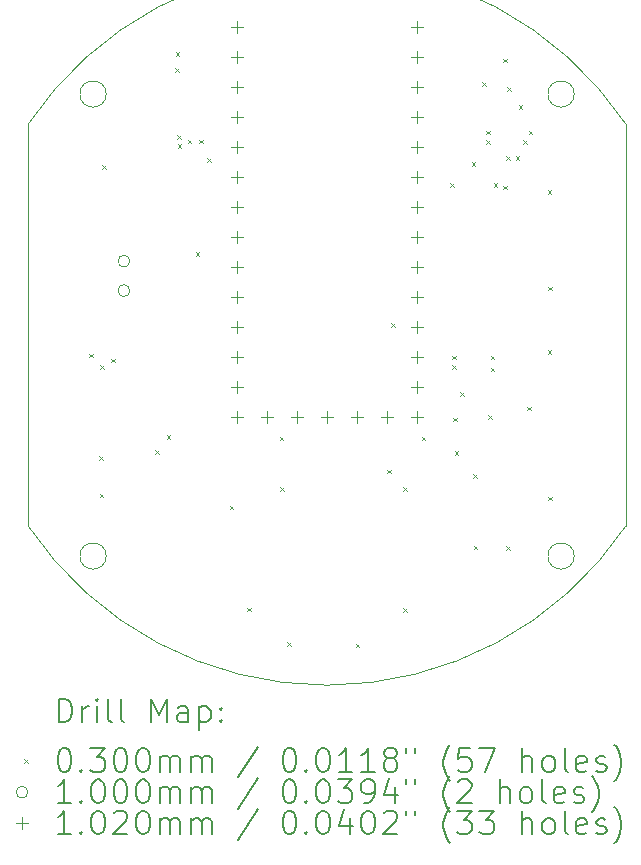
<source format=gbr>
%TF.GenerationSoftware,KiCad,Pcbnew,8.0.1*%
%TF.CreationDate,2024-04-29T03:40:28-07:00*%
%TF.ProjectId,CanSat PCB,43616e53-6174-4205-9043-422e6b696361,4*%
%TF.SameCoordinates,Original*%
%TF.FileFunction,Drillmap*%
%TF.FilePolarity,Positive*%
%FSLAX45Y45*%
G04 Gerber Fmt 4.5, Leading zero omitted, Abs format (unit mm)*
G04 Created by KiCad (PCBNEW 8.0.1) date 2024-04-29 03:40:28*
%MOMM*%
%LPD*%
G01*
G04 APERTURE LIST*
%ADD10C,0.050000*%
%ADD11C,0.200000*%
%ADD12C,0.100000*%
%ADD13C,0.102000*%
G04 APERTURE END LIST*
D10*
X7984949Y-4413960D02*
G75*
G02*
X7763051Y-4413960I-110949J0D01*
G01*
X7763051Y-4413960D02*
G75*
G02*
X7984949Y-4413960I110949J0D01*
G01*
X11947349Y-4413960D02*
G75*
G02*
X11725451Y-4413960I-110949J0D01*
G01*
X11725451Y-4413960D02*
G75*
G02*
X11947349Y-4413960I110949J0D01*
G01*
X12385040Y-8071560D02*
G75*
G02*
X7325360Y-8071560I-2529840J1701800D01*
G01*
X7984949Y-8325560D02*
G75*
G02*
X7763051Y-8325560I-110949J0D01*
G01*
X7763051Y-8325560D02*
G75*
G02*
X7984949Y-8325560I110949J0D01*
G01*
X12385040Y-8071560D02*
X12385040Y-4667960D01*
X7325360Y-8071560D02*
X7325360Y-4667960D01*
X7325360Y-4667960D02*
G75*
G02*
X12385040Y-4667960I2529840J-1701800D01*
G01*
X11947349Y-8325560D02*
G75*
G02*
X11725451Y-8325560I-110949J0D01*
G01*
X11725451Y-8325560D02*
G75*
G02*
X11947349Y-8325560I110949J0D01*
G01*
D11*
D12*
X7841220Y-6614400D02*
X7871220Y-6644400D01*
X7871220Y-6614400D02*
X7841220Y-6644400D01*
X7925040Y-7482520D02*
X7955040Y-7512520D01*
X7955040Y-7482520D02*
X7925040Y-7512520D01*
X7930120Y-7797480D02*
X7960120Y-7827480D01*
X7960120Y-7797480D02*
X7930120Y-7827480D01*
X7935200Y-6710360D02*
X7965200Y-6740360D01*
X7965200Y-6710360D02*
X7935200Y-6740360D01*
X7950440Y-5018720D02*
X7980440Y-5048720D01*
X7980440Y-5018720D02*
X7950440Y-5048720D01*
X8026640Y-6655040D02*
X8056640Y-6685040D01*
X8056640Y-6655040D02*
X8026640Y-6685040D01*
X8402560Y-7429740D02*
X8432560Y-7459740D01*
X8432560Y-7429740D02*
X8402560Y-7459740D01*
X8499080Y-7304720D02*
X8529080Y-7334720D01*
X8529080Y-7304720D02*
X8499080Y-7334720D01*
X8570200Y-4196320D02*
X8600200Y-4226320D01*
X8600200Y-4196320D02*
X8570200Y-4226320D01*
X8575280Y-4059160D02*
X8605280Y-4089160D01*
X8605280Y-4059160D02*
X8575280Y-4089160D01*
X8585440Y-4764720D02*
X8615440Y-4794720D01*
X8615440Y-4764720D02*
X8585440Y-4794720D01*
X8590520Y-4840920D02*
X8620520Y-4870920D01*
X8620520Y-4840920D02*
X8590520Y-4870920D01*
X8676880Y-4800280D02*
X8706880Y-4830280D01*
X8706880Y-4800280D02*
X8676880Y-4830280D01*
X8745460Y-5753340D02*
X8775460Y-5783340D01*
X8775460Y-5753340D02*
X8745460Y-5783340D01*
X8773400Y-4800280D02*
X8803400Y-4830280D01*
X8803400Y-4800280D02*
X8773400Y-4830280D01*
X8839440Y-4957760D02*
X8869440Y-4987760D01*
X8869440Y-4957760D02*
X8839440Y-4987760D01*
X9032480Y-7899080D02*
X9062480Y-7929080D01*
X9062480Y-7899080D02*
X9032480Y-7929080D01*
X9179800Y-8762680D02*
X9209800Y-8792680D01*
X9209800Y-8762680D02*
X9179800Y-8792680D01*
X9454120Y-7315440D02*
X9484120Y-7345440D01*
X9484120Y-7315440D02*
X9454120Y-7345440D01*
X9459200Y-7741600D02*
X9489200Y-7771600D01*
X9489200Y-7741600D02*
X9459200Y-7771600D01*
X9520160Y-9057320D02*
X9550160Y-9087320D01*
X9550160Y-9057320D02*
X9520160Y-9087320D01*
X10099280Y-9067480D02*
X10129280Y-9097480D01*
X10129280Y-9067480D02*
X10099280Y-9097480D01*
X10363440Y-7594280D02*
X10393440Y-7624280D01*
X10393440Y-7594280D02*
X10363440Y-7624280D01*
X10400770Y-6356530D02*
X10430770Y-6386530D01*
X10430770Y-6356530D02*
X10400770Y-6386530D01*
X10500600Y-7741600D02*
X10530600Y-7771600D01*
X10530600Y-7741600D02*
X10500600Y-7771600D01*
X10500600Y-8767760D02*
X10530600Y-8797760D01*
X10530600Y-8767760D02*
X10500600Y-8797760D01*
X10655540Y-7314880D02*
X10685540Y-7344880D01*
X10685540Y-7314880D02*
X10655540Y-7344880D01*
X10896840Y-5171120D02*
X10926840Y-5201120D01*
X10926840Y-5171120D02*
X10896840Y-5201120D01*
X10917160Y-6629640D02*
X10947160Y-6659640D01*
X10947160Y-6629640D02*
X10917160Y-6659640D01*
X10917160Y-6710920D02*
X10947160Y-6740920D01*
X10947160Y-6710920D02*
X10917160Y-6740920D01*
X10922240Y-7153860D02*
X10952240Y-7183860D01*
X10952240Y-7153860D02*
X10922240Y-7183860D01*
X10937480Y-7436800D02*
X10967480Y-7466800D01*
X10967480Y-7436800D02*
X10937480Y-7466800D01*
X10981660Y-6938960D02*
X11011660Y-6968960D01*
X11011660Y-6938960D02*
X10981660Y-6968960D01*
X11079998Y-4992428D02*
X11109998Y-5022428D01*
X11109998Y-4992428D02*
X11079998Y-5022428D01*
X11094960Y-7634920D02*
X11124960Y-7664920D01*
X11124960Y-7634920D02*
X11094960Y-7664920D01*
X11097825Y-8240040D02*
X11127825Y-8270040D01*
X11127825Y-8240040D02*
X11097825Y-8270040D01*
X11171160Y-4312600D02*
X11201160Y-4342600D01*
X11201160Y-4312600D02*
X11171160Y-4342600D01*
X11201640Y-4724080D02*
X11231640Y-4754080D01*
X11231640Y-4724080D02*
X11201640Y-4754080D01*
X11201640Y-4805360D02*
X11231640Y-4835360D01*
X11231640Y-4805360D02*
X11201640Y-4835360D01*
X11221960Y-7132000D02*
X11251960Y-7162000D01*
X11251960Y-7132000D02*
X11221960Y-7162000D01*
X11242280Y-6629080D02*
X11272280Y-6659080D01*
X11272280Y-6629080D02*
X11242280Y-6659080D01*
X11242280Y-6730680D02*
X11272280Y-6760680D01*
X11272280Y-6730680D02*
X11242280Y-6760680D01*
X11268529Y-5167895D02*
X11298529Y-5197895D01*
X11298529Y-5167895D02*
X11268529Y-5197895D01*
X11345080Y-5191133D02*
X11375080Y-5221133D01*
X11375080Y-5191133D02*
X11345080Y-5221133D01*
X11348960Y-4114480D02*
X11378960Y-4144480D01*
X11378960Y-4114480D02*
X11348960Y-4144480D01*
X11373640Y-8244520D02*
X11403640Y-8274520D01*
X11403640Y-8244520D02*
X11373640Y-8274520D01*
X11374360Y-4942520D02*
X11404360Y-4972520D01*
X11404360Y-4942520D02*
X11374360Y-4972520D01*
X11379440Y-4358320D02*
X11409440Y-4388320D01*
X11409440Y-4358320D02*
X11379440Y-4388320D01*
X11454360Y-4942520D02*
X11484360Y-4972520D01*
X11484360Y-4942520D02*
X11454360Y-4972520D01*
X11479500Y-4509939D02*
X11509500Y-4539939D01*
X11509500Y-4509939D02*
X11479500Y-4539939D01*
X11516600Y-4805360D02*
X11546600Y-4835360D01*
X11546600Y-4805360D02*
X11516600Y-4835360D01*
X11549620Y-7061440D02*
X11579620Y-7091440D01*
X11579620Y-7061440D02*
X11549620Y-7091440D01*
X11562320Y-4724080D02*
X11592320Y-4754080D01*
X11592320Y-4724080D02*
X11562320Y-4754080D01*
X11724880Y-5227000D02*
X11754880Y-5257000D01*
X11754880Y-5227000D02*
X11724880Y-5257000D01*
X11724880Y-6583820D02*
X11754880Y-6613820D01*
X11754880Y-6583820D02*
X11724880Y-6613820D01*
X11729960Y-6044880D02*
X11759960Y-6074880D01*
X11759960Y-6044880D02*
X11729960Y-6074880D01*
X11729960Y-7822880D02*
X11759960Y-7852880D01*
X11759960Y-7822880D02*
X11729960Y-7852880D01*
X8185400Y-5828200D02*
G75*
G02*
X8085400Y-5828200I-50000J0D01*
G01*
X8085400Y-5828200D02*
G75*
G02*
X8185400Y-5828200I50000J0D01*
G01*
X8185400Y-6078200D02*
G75*
G02*
X8085400Y-6078200I-50000J0D01*
G01*
X8085400Y-6078200D02*
G75*
G02*
X8185400Y-6078200I50000J0D01*
G01*
D13*
X9093200Y-3794000D02*
X9093200Y-3896000D01*
X9042200Y-3845000D02*
X9144200Y-3845000D01*
X9093200Y-4048000D02*
X9093200Y-4150000D01*
X9042200Y-4099000D02*
X9144200Y-4099000D01*
X9093200Y-4302000D02*
X9093200Y-4404000D01*
X9042200Y-4353000D02*
X9144200Y-4353000D01*
X9093200Y-4556000D02*
X9093200Y-4658000D01*
X9042200Y-4607000D02*
X9144200Y-4607000D01*
X9093200Y-4810000D02*
X9093200Y-4912000D01*
X9042200Y-4861000D02*
X9144200Y-4861000D01*
X9093200Y-5064000D02*
X9093200Y-5166000D01*
X9042200Y-5115000D02*
X9144200Y-5115000D01*
X9093200Y-5318000D02*
X9093200Y-5420000D01*
X9042200Y-5369000D02*
X9144200Y-5369000D01*
X9093200Y-5572000D02*
X9093200Y-5674000D01*
X9042200Y-5623000D02*
X9144200Y-5623000D01*
X9093200Y-5826000D02*
X9093200Y-5928000D01*
X9042200Y-5877000D02*
X9144200Y-5877000D01*
X9093200Y-6080000D02*
X9093200Y-6182000D01*
X9042200Y-6131000D02*
X9144200Y-6131000D01*
X9093200Y-6334000D02*
X9093200Y-6436000D01*
X9042200Y-6385000D02*
X9144200Y-6385000D01*
X9093200Y-6588000D02*
X9093200Y-6690000D01*
X9042200Y-6639000D02*
X9144200Y-6639000D01*
X9093200Y-6842000D02*
X9093200Y-6944000D01*
X9042200Y-6893000D02*
X9144200Y-6893000D01*
X9093200Y-7096000D02*
X9093200Y-7198000D01*
X9042200Y-7147000D02*
X9144200Y-7147000D01*
X9347200Y-7096000D02*
X9347200Y-7198000D01*
X9296200Y-7147000D02*
X9398200Y-7147000D01*
X9601200Y-7096000D02*
X9601200Y-7198000D01*
X9550200Y-7147000D02*
X9652200Y-7147000D01*
X9855200Y-7096000D02*
X9855200Y-7198000D01*
X9804200Y-7147000D02*
X9906200Y-7147000D01*
X10109200Y-7096000D02*
X10109200Y-7198000D01*
X10058200Y-7147000D02*
X10160200Y-7147000D01*
X10363200Y-7096000D02*
X10363200Y-7198000D01*
X10312200Y-7147000D02*
X10414200Y-7147000D01*
X10617200Y-3794000D02*
X10617200Y-3896000D01*
X10566200Y-3845000D02*
X10668200Y-3845000D01*
X10617200Y-4048000D02*
X10617200Y-4150000D01*
X10566200Y-4099000D02*
X10668200Y-4099000D01*
X10617200Y-4302000D02*
X10617200Y-4404000D01*
X10566200Y-4353000D02*
X10668200Y-4353000D01*
X10617200Y-4556000D02*
X10617200Y-4658000D01*
X10566200Y-4607000D02*
X10668200Y-4607000D01*
X10617200Y-4810000D02*
X10617200Y-4912000D01*
X10566200Y-4861000D02*
X10668200Y-4861000D01*
X10617200Y-5064000D02*
X10617200Y-5166000D01*
X10566200Y-5115000D02*
X10668200Y-5115000D01*
X10617200Y-5318000D02*
X10617200Y-5420000D01*
X10566200Y-5369000D02*
X10668200Y-5369000D01*
X10617200Y-5572000D02*
X10617200Y-5674000D01*
X10566200Y-5623000D02*
X10668200Y-5623000D01*
X10617200Y-5826000D02*
X10617200Y-5928000D01*
X10566200Y-5877000D02*
X10668200Y-5877000D01*
X10617200Y-6080000D02*
X10617200Y-6182000D01*
X10566200Y-6131000D02*
X10668200Y-6131000D01*
X10617200Y-6334000D02*
X10617200Y-6436000D01*
X10566200Y-6385000D02*
X10668200Y-6385000D01*
X10617200Y-6588000D02*
X10617200Y-6690000D01*
X10566200Y-6639000D02*
X10668200Y-6639000D01*
X10617200Y-6842000D02*
X10617200Y-6944000D01*
X10566200Y-6893000D02*
X10668200Y-6893000D01*
X10617200Y-7096000D02*
X10617200Y-7198000D01*
X10566200Y-7147000D02*
X10668200Y-7147000D01*
D11*
X7583637Y-9732713D02*
X7583637Y-9532713D01*
X7583637Y-9532713D02*
X7631256Y-9532713D01*
X7631256Y-9532713D02*
X7659827Y-9542237D01*
X7659827Y-9542237D02*
X7678875Y-9561284D01*
X7678875Y-9561284D02*
X7688399Y-9580332D01*
X7688399Y-9580332D02*
X7697922Y-9618427D01*
X7697922Y-9618427D02*
X7697922Y-9646999D01*
X7697922Y-9646999D02*
X7688399Y-9685094D01*
X7688399Y-9685094D02*
X7678875Y-9704142D01*
X7678875Y-9704142D02*
X7659827Y-9723189D01*
X7659827Y-9723189D02*
X7631256Y-9732713D01*
X7631256Y-9732713D02*
X7583637Y-9732713D01*
X7783637Y-9732713D02*
X7783637Y-9599380D01*
X7783637Y-9637475D02*
X7793161Y-9618427D01*
X7793161Y-9618427D02*
X7802684Y-9608903D01*
X7802684Y-9608903D02*
X7821732Y-9599380D01*
X7821732Y-9599380D02*
X7840780Y-9599380D01*
X7907446Y-9732713D02*
X7907446Y-9599380D01*
X7907446Y-9532713D02*
X7897922Y-9542237D01*
X7897922Y-9542237D02*
X7907446Y-9551761D01*
X7907446Y-9551761D02*
X7916970Y-9542237D01*
X7916970Y-9542237D02*
X7907446Y-9532713D01*
X7907446Y-9532713D02*
X7907446Y-9551761D01*
X8031256Y-9732713D02*
X8012208Y-9723189D01*
X8012208Y-9723189D02*
X8002684Y-9704142D01*
X8002684Y-9704142D02*
X8002684Y-9532713D01*
X8136018Y-9732713D02*
X8116970Y-9723189D01*
X8116970Y-9723189D02*
X8107446Y-9704142D01*
X8107446Y-9704142D02*
X8107446Y-9532713D01*
X8364589Y-9732713D02*
X8364589Y-9532713D01*
X8364589Y-9532713D02*
X8431256Y-9675570D01*
X8431256Y-9675570D02*
X8497923Y-9532713D01*
X8497923Y-9532713D02*
X8497923Y-9732713D01*
X8678875Y-9732713D02*
X8678875Y-9627951D01*
X8678875Y-9627951D02*
X8669351Y-9608903D01*
X8669351Y-9608903D02*
X8650304Y-9599380D01*
X8650304Y-9599380D02*
X8612208Y-9599380D01*
X8612208Y-9599380D02*
X8593161Y-9608903D01*
X8678875Y-9723189D02*
X8659827Y-9732713D01*
X8659827Y-9732713D02*
X8612208Y-9732713D01*
X8612208Y-9732713D02*
X8593161Y-9723189D01*
X8593161Y-9723189D02*
X8583637Y-9704142D01*
X8583637Y-9704142D02*
X8583637Y-9685094D01*
X8583637Y-9685094D02*
X8593161Y-9666046D01*
X8593161Y-9666046D02*
X8612208Y-9656523D01*
X8612208Y-9656523D02*
X8659827Y-9656523D01*
X8659827Y-9656523D02*
X8678875Y-9646999D01*
X8774113Y-9599380D02*
X8774113Y-9799380D01*
X8774113Y-9608903D02*
X8793161Y-9599380D01*
X8793161Y-9599380D02*
X8831256Y-9599380D01*
X8831256Y-9599380D02*
X8850304Y-9608903D01*
X8850304Y-9608903D02*
X8859827Y-9618427D01*
X8859827Y-9618427D02*
X8869351Y-9637475D01*
X8869351Y-9637475D02*
X8869351Y-9694618D01*
X8869351Y-9694618D02*
X8859827Y-9713665D01*
X8859827Y-9713665D02*
X8850304Y-9723189D01*
X8850304Y-9723189D02*
X8831256Y-9732713D01*
X8831256Y-9732713D02*
X8793161Y-9732713D01*
X8793161Y-9732713D02*
X8774113Y-9723189D01*
X8955065Y-9713665D02*
X8964589Y-9723189D01*
X8964589Y-9723189D02*
X8955065Y-9732713D01*
X8955065Y-9732713D02*
X8945542Y-9723189D01*
X8945542Y-9723189D02*
X8955065Y-9713665D01*
X8955065Y-9713665D02*
X8955065Y-9732713D01*
X8955065Y-9608903D02*
X8964589Y-9618427D01*
X8964589Y-9618427D02*
X8955065Y-9627951D01*
X8955065Y-9627951D02*
X8945542Y-9618427D01*
X8945542Y-9618427D02*
X8955065Y-9608903D01*
X8955065Y-9608903D02*
X8955065Y-9627951D01*
D12*
X7292860Y-10046229D02*
X7322860Y-10076229D01*
X7322860Y-10046229D02*
X7292860Y-10076229D01*
D11*
X7621732Y-9952713D02*
X7640780Y-9952713D01*
X7640780Y-9952713D02*
X7659827Y-9962237D01*
X7659827Y-9962237D02*
X7669351Y-9971761D01*
X7669351Y-9971761D02*
X7678875Y-9990808D01*
X7678875Y-9990808D02*
X7688399Y-10028903D01*
X7688399Y-10028903D02*
X7688399Y-10076523D01*
X7688399Y-10076523D02*
X7678875Y-10114618D01*
X7678875Y-10114618D02*
X7669351Y-10133665D01*
X7669351Y-10133665D02*
X7659827Y-10143189D01*
X7659827Y-10143189D02*
X7640780Y-10152713D01*
X7640780Y-10152713D02*
X7621732Y-10152713D01*
X7621732Y-10152713D02*
X7602684Y-10143189D01*
X7602684Y-10143189D02*
X7593161Y-10133665D01*
X7593161Y-10133665D02*
X7583637Y-10114618D01*
X7583637Y-10114618D02*
X7574113Y-10076523D01*
X7574113Y-10076523D02*
X7574113Y-10028903D01*
X7574113Y-10028903D02*
X7583637Y-9990808D01*
X7583637Y-9990808D02*
X7593161Y-9971761D01*
X7593161Y-9971761D02*
X7602684Y-9962237D01*
X7602684Y-9962237D02*
X7621732Y-9952713D01*
X7774113Y-10133665D02*
X7783637Y-10143189D01*
X7783637Y-10143189D02*
X7774113Y-10152713D01*
X7774113Y-10152713D02*
X7764589Y-10143189D01*
X7764589Y-10143189D02*
X7774113Y-10133665D01*
X7774113Y-10133665D02*
X7774113Y-10152713D01*
X7850303Y-9952713D02*
X7974113Y-9952713D01*
X7974113Y-9952713D02*
X7907446Y-10028903D01*
X7907446Y-10028903D02*
X7936018Y-10028903D01*
X7936018Y-10028903D02*
X7955065Y-10038427D01*
X7955065Y-10038427D02*
X7964589Y-10047951D01*
X7964589Y-10047951D02*
X7974113Y-10066999D01*
X7974113Y-10066999D02*
X7974113Y-10114618D01*
X7974113Y-10114618D02*
X7964589Y-10133665D01*
X7964589Y-10133665D02*
X7955065Y-10143189D01*
X7955065Y-10143189D02*
X7936018Y-10152713D01*
X7936018Y-10152713D02*
X7878875Y-10152713D01*
X7878875Y-10152713D02*
X7859827Y-10143189D01*
X7859827Y-10143189D02*
X7850303Y-10133665D01*
X8097922Y-9952713D02*
X8116970Y-9952713D01*
X8116970Y-9952713D02*
X8136018Y-9962237D01*
X8136018Y-9962237D02*
X8145542Y-9971761D01*
X8145542Y-9971761D02*
X8155065Y-9990808D01*
X8155065Y-9990808D02*
X8164589Y-10028903D01*
X8164589Y-10028903D02*
X8164589Y-10076523D01*
X8164589Y-10076523D02*
X8155065Y-10114618D01*
X8155065Y-10114618D02*
X8145542Y-10133665D01*
X8145542Y-10133665D02*
X8136018Y-10143189D01*
X8136018Y-10143189D02*
X8116970Y-10152713D01*
X8116970Y-10152713D02*
X8097922Y-10152713D01*
X8097922Y-10152713D02*
X8078875Y-10143189D01*
X8078875Y-10143189D02*
X8069351Y-10133665D01*
X8069351Y-10133665D02*
X8059827Y-10114618D01*
X8059827Y-10114618D02*
X8050303Y-10076523D01*
X8050303Y-10076523D02*
X8050303Y-10028903D01*
X8050303Y-10028903D02*
X8059827Y-9990808D01*
X8059827Y-9990808D02*
X8069351Y-9971761D01*
X8069351Y-9971761D02*
X8078875Y-9962237D01*
X8078875Y-9962237D02*
X8097922Y-9952713D01*
X8288399Y-9952713D02*
X8307446Y-9952713D01*
X8307446Y-9952713D02*
X8326494Y-9962237D01*
X8326494Y-9962237D02*
X8336018Y-9971761D01*
X8336018Y-9971761D02*
X8345542Y-9990808D01*
X8345542Y-9990808D02*
X8355065Y-10028903D01*
X8355065Y-10028903D02*
X8355065Y-10076523D01*
X8355065Y-10076523D02*
X8345542Y-10114618D01*
X8345542Y-10114618D02*
X8336018Y-10133665D01*
X8336018Y-10133665D02*
X8326494Y-10143189D01*
X8326494Y-10143189D02*
X8307446Y-10152713D01*
X8307446Y-10152713D02*
X8288399Y-10152713D01*
X8288399Y-10152713D02*
X8269351Y-10143189D01*
X8269351Y-10143189D02*
X8259827Y-10133665D01*
X8259827Y-10133665D02*
X8250303Y-10114618D01*
X8250303Y-10114618D02*
X8240780Y-10076523D01*
X8240780Y-10076523D02*
X8240780Y-10028903D01*
X8240780Y-10028903D02*
X8250303Y-9990808D01*
X8250303Y-9990808D02*
X8259827Y-9971761D01*
X8259827Y-9971761D02*
X8269351Y-9962237D01*
X8269351Y-9962237D02*
X8288399Y-9952713D01*
X8440780Y-10152713D02*
X8440780Y-10019380D01*
X8440780Y-10038427D02*
X8450304Y-10028903D01*
X8450304Y-10028903D02*
X8469351Y-10019380D01*
X8469351Y-10019380D02*
X8497923Y-10019380D01*
X8497923Y-10019380D02*
X8516970Y-10028903D01*
X8516970Y-10028903D02*
X8526494Y-10047951D01*
X8526494Y-10047951D02*
X8526494Y-10152713D01*
X8526494Y-10047951D02*
X8536018Y-10028903D01*
X8536018Y-10028903D02*
X8555065Y-10019380D01*
X8555065Y-10019380D02*
X8583637Y-10019380D01*
X8583637Y-10019380D02*
X8602685Y-10028903D01*
X8602685Y-10028903D02*
X8612208Y-10047951D01*
X8612208Y-10047951D02*
X8612208Y-10152713D01*
X8707446Y-10152713D02*
X8707446Y-10019380D01*
X8707446Y-10038427D02*
X8716970Y-10028903D01*
X8716970Y-10028903D02*
X8736018Y-10019380D01*
X8736018Y-10019380D02*
X8764589Y-10019380D01*
X8764589Y-10019380D02*
X8783637Y-10028903D01*
X8783637Y-10028903D02*
X8793161Y-10047951D01*
X8793161Y-10047951D02*
X8793161Y-10152713D01*
X8793161Y-10047951D02*
X8802685Y-10028903D01*
X8802685Y-10028903D02*
X8821732Y-10019380D01*
X8821732Y-10019380D02*
X8850304Y-10019380D01*
X8850304Y-10019380D02*
X8869351Y-10028903D01*
X8869351Y-10028903D02*
X8878875Y-10047951D01*
X8878875Y-10047951D02*
X8878875Y-10152713D01*
X9269351Y-9943189D02*
X9097923Y-10200332D01*
X9526494Y-9952713D02*
X9545542Y-9952713D01*
X9545542Y-9952713D02*
X9564589Y-9962237D01*
X9564589Y-9962237D02*
X9574113Y-9971761D01*
X9574113Y-9971761D02*
X9583637Y-9990808D01*
X9583637Y-9990808D02*
X9593161Y-10028903D01*
X9593161Y-10028903D02*
X9593161Y-10076523D01*
X9593161Y-10076523D02*
X9583637Y-10114618D01*
X9583637Y-10114618D02*
X9574113Y-10133665D01*
X9574113Y-10133665D02*
X9564589Y-10143189D01*
X9564589Y-10143189D02*
X9545542Y-10152713D01*
X9545542Y-10152713D02*
X9526494Y-10152713D01*
X9526494Y-10152713D02*
X9507447Y-10143189D01*
X9507447Y-10143189D02*
X9497923Y-10133665D01*
X9497923Y-10133665D02*
X9488399Y-10114618D01*
X9488399Y-10114618D02*
X9478875Y-10076523D01*
X9478875Y-10076523D02*
X9478875Y-10028903D01*
X9478875Y-10028903D02*
X9488399Y-9990808D01*
X9488399Y-9990808D02*
X9497923Y-9971761D01*
X9497923Y-9971761D02*
X9507447Y-9962237D01*
X9507447Y-9962237D02*
X9526494Y-9952713D01*
X9678875Y-10133665D02*
X9688399Y-10143189D01*
X9688399Y-10143189D02*
X9678875Y-10152713D01*
X9678875Y-10152713D02*
X9669351Y-10143189D01*
X9669351Y-10143189D02*
X9678875Y-10133665D01*
X9678875Y-10133665D02*
X9678875Y-10152713D01*
X9812208Y-9952713D02*
X9831256Y-9952713D01*
X9831256Y-9952713D02*
X9850304Y-9962237D01*
X9850304Y-9962237D02*
X9859828Y-9971761D01*
X9859828Y-9971761D02*
X9869351Y-9990808D01*
X9869351Y-9990808D02*
X9878875Y-10028903D01*
X9878875Y-10028903D02*
X9878875Y-10076523D01*
X9878875Y-10076523D02*
X9869351Y-10114618D01*
X9869351Y-10114618D02*
X9859828Y-10133665D01*
X9859828Y-10133665D02*
X9850304Y-10143189D01*
X9850304Y-10143189D02*
X9831256Y-10152713D01*
X9831256Y-10152713D02*
X9812208Y-10152713D01*
X9812208Y-10152713D02*
X9793161Y-10143189D01*
X9793161Y-10143189D02*
X9783637Y-10133665D01*
X9783637Y-10133665D02*
X9774113Y-10114618D01*
X9774113Y-10114618D02*
X9764589Y-10076523D01*
X9764589Y-10076523D02*
X9764589Y-10028903D01*
X9764589Y-10028903D02*
X9774113Y-9990808D01*
X9774113Y-9990808D02*
X9783637Y-9971761D01*
X9783637Y-9971761D02*
X9793161Y-9962237D01*
X9793161Y-9962237D02*
X9812208Y-9952713D01*
X10069351Y-10152713D02*
X9955066Y-10152713D01*
X10012208Y-10152713D02*
X10012208Y-9952713D01*
X10012208Y-9952713D02*
X9993161Y-9981284D01*
X9993161Y-9981284D02*
X9974113Y-10000332D01*
X9974113Y-10000332D02*
X9955066Y-10009856D01*
X10259828Y-10152713D02*
X10145542Y-10152713D01*
X10202685Y-10152713D02*
X10202685Y-9952713D01*
X10202685Y-9952713D02*
X10183637Y-9981284D01*
X10183637Y-9981284D02*
X10164589Y-10000332D01*
X10164589Y-10000332D02*
X10145542Y-10009856D01*
X10374113Y-10038427D02*
X10355066Y-10028903D01*
X10355066Y-10028903D02*
X10345542Y-10019380D01*
X10345542Y-10019380D02*
X10336018Y-10000332D01*
X10336018Y-10000332D02*
X10336018Y-9990808D01*
X10336018Y-9990808D02*
X10345542Y-9971761D01*
X10345542Y-9971761D02*
X10355066Y-9962237D01*
X10355066Y-9962237D02*
X10374113Y-9952713D01*
X10374113Y-9952713D02*
X10412209Y-9952713D01*
X10412209Y-9952713D02*
X10431256Y-9962237D01*
X10431256Y-9962237D02*
X10440780Y-9971761D01*
X10440780Y-9971761D02*
X10450304Y-9990808D01*
X10450304Y-9990808D02*
X10450304Y-10000332D01*
X10450304Y-10000332D02*
X10440780Y-10019380D01*
X10440780Y-10019380D02*
X10431256Y-10028903D01*
X10431256Y-10028903D02*
X10412209Y-10038427D01*
X10412209Y-10038427D02*
X10374113Y-10038427D01*
X10374113Y-10038427D02*
X10355066Y-10047951D01*
X10355066Y-10047951D02*
X10345542Y-10057475D01*
X10345542Y-10057475D02*
X10336018Y-10076523D01*
X10336018Y-10076523D02*
X10336018Y-10114618D01*
X10336018Y-10114618D02*
X10345542Y-10133665D01*
X10345542Y-10133665D02*
X10355066Y-10143189D01*
X10355066Y-10143189D02*
X10374113Y-10152713D01*
X10374113Y-10152713D02*
X10412209Y-10152713D01*
X10412209Y-10152713D02*
X10431256Y-10143189D01*
X10431256Y-10143189D02*
X10440780Y-10133665D01*
X10440780Y-10133665D02*
X10450304Y-10114618D01*
X10450304Y-10114618D02*
X10450304Y-10076523D01*
X10450304Y-10076523D02*
X10440780Y-10057475D01*
X10440780Y-10057475D02*
X10431256Y-10047951D01*
X10431256Y-10047951D02*
X10412209Y-10038427D01*
X10526494Y-9952713D02*
X10526494Y-9990808D01*
X10602685Y-9952713D02*
X10602685Y-9990808D01*
X10897923Y-10228903D02*
X10888399Y-10219380D01*
X10888399Y-10219380D02*
X10869351Y-10190808D01*
X10869351Y-10190808D02*
X10859828Y-10171761D01*
X10859828Y-10171761D02*
X10850304Y-10143189D01*
X10850304Y-10143189D02*
X10840780Y-10095570D01*
X10840780Y-10095570D02*
X10840780Y-10057475D01*
X10840780Y-10057475D02*
X10850304Y-10009856D01*
X10850304Y-10009856D02*
X10859828Y-9981284D01*
X10859828Y-9981284D02*
X10869351Y-9962237D01*
X10869351Y-9962237D02*
X10888399Y-9933665D01*
X10888399Y-9933665D02*
X10897923Y-9924142D01*
X11069351Y-9952713D02*
X10974113Y-9952713D01*
X10974113Y-9952713D02*
X10964590Y-10047951D01*
X10964590Y-10047951D02*
X10974113Y-10038427D01*
X10974113Y-10038427D02*
X10993161Y-10028903D01*
X10993161Y-10028903D02*
X11040780Y-10028903D01*
X11040780Y-10028903D02*
X11059828Y-10038427D01*
X11059828Y-10038427D02*
X11069351Y-10047951D01*
X11069351Y-10047951D02*
X11078875Y-10066999D01*
X11078875Y-10066999D02*
X11078875Y-10114618D01*
X11078875Y-10114618D02*
X11069351Y-10133665D01*
X11069351Y-10133665D02*
X11059828Y-10143189D01*
X11059828Y-10143189D02*
X11040780Y-10152713D01*
X11040780Y-10152713D02*
X10993161Y-10152713D01*
X10993161Y-10152713D02*
X10974113Y-10143189D01*
X10974113Y-10143189D02*
X10964590Y-10133665D01*
X11145542Y-9952713D02*
X11278875Y-9952713D01*
X11278875Y-9952713D02*
X11193161Y-10152713D01*
X11507447Y-10152713D02*
X11507447Y-9952713D01*
X11593161Y-10152713D02*
X11593161Y-10047951D01*
X11593161Y-10047951D02*
X11583637Y-10028903D01*
X11583637Y-10028903D02*
X11564590Y-10019380D01*
X11564590Y-10019380D02*
X11536018Y-10019380D01*
X11536018Y-10019380D02*
X11516970Y-10028903D01*
X11516970Y-10028903D02*
X11507447Y-10038427D01*
X11716970Y-10152713D02*
X11697923Y-10143189D01*
X11697923Y-10143189D02*
X11688399Y-10133665D01*
X11688399Y-10133665D02*
X11678875Y-10114618D01*
X11678875Y-10114618D02*
X11678875Y-10057475D01*
X11678875Y-10057475D02*
X11688399Y-10038427D01*
X11688399Y-10038427D02*
X11697923Y-10028903D01*
X11697923Y-10028903D02*
X11716970Y-10019380D01*
X11716970Y-10019380D02*
X11745542Y-10019380D01*
X11745542Y-10019380D02*
X11764590Y-10028903D01*
X11764590Y-10028903D02*
X11774113Y-10038427D01*
X11774113Y-10038427D02*
X11783637Y-10057475D01*
X11783637Y-10057475D02*
X11783637Y-10114618D01*
X11783637Y-10114618D02*
X11774113Y-10133665D01*
X11774113Y-10133665D02*
X11764590Y-10143189D01*
X11764590Y-10143189D02*
X11745542Y-10152713D01*
X11745542Y-10152713D02*
X11716970Y-10152713D01*
X11897923Y-10152713D02*
X11878875Y-10143189D01*
X11878875Y-10143189D02*
X11869351Y-10124142D01*
X11869351Y-10124142D02*
X11869351Y-9952713D01*
X12050304Y-10143189D02*
X12031256Y-10152713D01*
X12031256Y-10152713D02*
X11993161Y-10152713D01*
X11993161Y-10152713D02*
X11974113Y-10143189D01*
X11974113Y-10143189D02*
X11964590Y-10124142D01*
X11964590Y-10124142D02*
X11964590Y-10047951D01*
X11964590Y-10047951D02*
X11974113Y-10028903D01*
X11974113Y-10028903D02*
X11993161Y-10019380D01*
X11993161Y-10019380D02*
X12031256Y-10019380D01*
X12031256Y-10019380D02*
X12050304Y-10028903D01*
X12050304Y-10028903D02*
X12059828Y-10047951D01*
X12059828Y-10047951D02*
X12059828Y-10066999D01*
X12059828Y-10066999D02*
X11964590Y-10086046D01*
X12136018Y-10143189D02*
X12155066Y-10152713D01*
X12155066Y-10152713D02*
X12193161Y-10152713D01*
X12193161Y-10152713D02*
X12212209Y-10143189D01*
X12212209Y-10143189D02*
X12221732Y-10124142D01*
X12221732Y-10124142D02*
X12221732Y-10114618D01*
X12221732Y-10114618D02*
X12212209Y-10095570D01*
X12212209Y-10095570D02*
X12193161Y-10086046D01*
X12193161Y-10086046D02*
X12164590Y-10086046D01*
X12164590Y-10086046D02*
X12145542Y-10076523D01*
X12145542Y-10076523D02*
X12136018Y-10057475D01*
X12136018Y-10057475D02*
X12136018Y-10047951D01*
X12136018Y-10047951D02*
X12145542Y-10028903D01*
X12145542Y-10028903D02*
X12164590Y-10019380D01*
X12164590Y-10019380D02*
X12193161Y-10019380D01*
X12193161Y-10019380D02*
X12212209Y-10028903D01*
X12288399Y-10228903D02*
X12297923Y-10219380D01*
X12297923Y-10219380D02*
X12316971Y-10190808D01*
X12316971Y-10190808D02*
X12326494Y-10171761D01*
X12326494Y-10171761D02*
X12336018Y-10143189D01*
X12336018Y-10143189D02*
X12345542Y-10095570D01*
X12345542Y-10095570D02*
X12345542Y-10057475D01*
X12345542Y-10057475D02*
X12336018Y-10009856D01*
X12336018Y-10009856D02*
X12326494Y-9981284D01*
X12326494Y-9981284D02*
X12316971Y-9962237D01*
X12316971Y-9962237D02*
X12297923Y-9933665D01*
X12297923Y-9933665D02*
X12288399Y-9924142D01*
D12*
X7322860Y-10325229D02*
G75*
G02*
X7222860Y-10325229I-50000J0D01*
G01*
X7222860Y-10325229D02*
G75*
G02*
X7322860Y-10325229I50000J0D01*
G01*
D11*
X7688399Y-10416713D02*
X7574113Y-10416713D01*
X7631256Y-10416713D02*
X7631256Y-10216713D01*
X7631256Y-10216713D02*
X7612208Y-10245284D01*
X7612208Y-10245284D02*
X7593161Y-10264332D01*
X7593161Y-10264332D02*
X7574113Y-10273856D01*
X7774113Y-10397665D02*
X7783637Y-10407189D01*
X7783637Y-10407189D02*
X7774113Y-10416713D01*
X7774113Y-10416713D02*
X7764589Y-10407189D01*
X7764589Y-10407189D02*
X7774113Y-10397665D01*
X7774113Y-10397665D02*
X7774113Y-10416713D01*
X7907446Y-10216713D02*
X7926494Y-10216713D01*
X7926494Y-10216713D02*
X7945542Y-10226237D01*
X7945542Y-10226237D02*
X7955065Y-10235761D01*
X7955065Y-10235761D02*
X7964589Y-10254808D01*
X7964589Y-10254808D02*
X7974113Y-10292903D01*
X7974113Y-10292903D02*
X7974113Y-10340523D01*
X7974113Y-10340523D02*
X7964589Y-10378618D01*
X7964589Y-10378618D02*
X7955065Y-10397665D01*
X7955065Y-10397665D02*
X7945542Y-10407189D01*
X7945542Y-10407189D02*
X7926494Y-10416713D01*
X7926494Y-10416713D02*
X7907446Y-10416713D01*
X7907446Y-10416713D02*
X7888399Y-10407189D01*
X7888399Y-10407189D02*
X7878875Y-10397665D01*
X7878875Y-10397665D02*
X7869351Y-10378618D01*
X7869351Y-10378618D02*
X7859827Y-10340523D01*
X7859827Y-10340523D02*
X7859827Y-10292903D01*
X7859827Y-10292903D02*
X7869351Y-10254808D01*
X7869351Y-10254808D02*
X7878875Y-10235761D01*
X7878875Y-10235761D02*
X7888399Y-10226237D01*
X7888399Y-10226237D02*
X7907446Y-10216713D01*
X8097922Y-10216713D02*
X8116970Y-10216713D01*
X8116970Y-10216713D02*
X8136018Y-10226237D01*
X8136018Y-10226237D02*
X8145542Y-10235761D01*
X8145542Y-10235761D02*
X8155065Y-10254808D01*
X8155065Y-10254808D02*
X8164589Y-10292903D01*
X8164589Y-10292903D02*
X8164589Y-10340523D01*
X8164589Y-10340523D02*
X8155065Y-10378618D01*
X8155065Y-10378618D02*
X8145542Y-10397665D01*
X8145542Y-10397665D02*
X8136018Y-10407189D01*
X8136018Y-10407189D02*
X8116970Y-10416713D01*
X8116970Y-10416713D02*
X8097922Y-10416713D01*
X8097922Y-10416713D02*
X8078875Y-10407189D01*
X8078875Y-10407189D02*
X8069351Y-10397665D01*
X8069351Y-10397665D02*
X8059827Y-10378618D01*
X8059827Y-10378618D02*
X8050303Y-10340523D01*
X8050303Y-10340523D02*
X8050303Y-10292903D01*
X8050303Y-10292903D02*
X8059827Y-10254808D01*
X8059827Y-10254808D02*
X8069351Y-10235761D01*
X8069351Y-10235761D02*
X8078875Y-10226237D01*
X8078875Y-10226237D02*
X8097922Y-10216713D01*
X8288399Y-10216713D02*
X8307446Y-10216713D01*
X8307446Y-10216713D02*
X8326494Y-10226237D01*
X8326494Y-10226237D02*
X8336018Y-10235761D01*
X8336018Y-10235761D02*
X8345542Y-10254808D01*
X8345542Y-10254808D02*
X8355065Y-10292903D01*
X8355065Y-10292903D02*
X8355065Y-10340523D01*
X8355065Y-10340523D02*
X8345542Y-10378618D01*
X8345542Y-10378618D02*
X8336018Y-10397665D01*
X8336018Y-10397665D02*
X8326494Y-10407189D01*
X8326494Y-10407189D02*
X8307446Y-10416713D01*
X8307446Y-10416713D02*
X8288399Y-10416713D01*
X8288399Y-10416713D02*
X8269351Y-10407189D01*
X8269351Y-10407189D02*
X8259827Y-10397665D01*
X8259827Y-10397665D02*
X8250303Y-10378618D01*
X8250303Y-10378618D02*
X8240780Y-10340523D01*
X8240780Y-10340523D02*
X8240780Y-10292903D01*
X8240780Y-10292903D02*
X8250303Y-10254808D01*
X8250303Y-10254808D02*
X8259827Y-10235761D01*
X8259827Y-10235761D02*
X8269351Y-10226237D01*
X8269351Y-10226237D02*
X8288399Y-10216713D01*
X8440780Y-10416713D02*
X8440780Y-10283380D01*
X8440780Y-10302427D02*
X8450304Y-10292903D01*
X8450304Y-10292903D02*
X8469351Y-10283380D01*
X8469351Y-10283380D02*
X8497923Y-10283380D01*
X8497923Y-10283380D02*
X8516970Y-10292903D01*
X8516970Y-10292903D02*
X8526494Y-10311951D01*
X8526494Y-10311951D02*
X8526494Y-10416713D01*
X8526494Y-10311951D02*
X8536018Y-10292903D01*
X8536018Y-10292903D02*
X8555065Y-10283380D01*
X8555065Y-10283380D02*
X8583637Y-10283380D01*
X8583637Y-10283380D02*
X8602685Y-10292903D01*
X8602685Y-10292903D02*
X8612208Y-10311951D01*
X8612208Y-10311951D02*
X8612208Y-10416713D01*
X8707446Y-10416713D02*
X8707446Y-10283380D01*
X8707446Y-10302427D02*
X8716970Y-10292903D01*
X8716970Y-10292903D02*
X8736018Y-10283380D01*
X8736018Y-10283380D02*
X8764589Y-10283380D01*
X8764589Y-10283380D02*
X8783637Y-10292903D01*
X8783637Y-10292903D02*
X8793161Y-10311951D01*
X8793161Y-10311951D02*
X8793161Y-10416713D01*
X8793161Y-10311951D02*
X8802685Y-10292903D01*
X8802685Y-10292903D02*
X8821732Y-10283380D01*
X8821732Y-10283380D02*
X8850304Y-10283380D01*
X8850304Y-10283380D02*
X8869351Y-10292903D01*
X8869351Y-10292903D02*
X8878875Y-10311951D01*
X8878875Y-10311951D02*
X8878875Y-10416713D01*
X9269351Y-10207189D02*
X9097923Y-10464332D01*
X9526494Y-10216713D02*
X9545542Y-10216713D01*
X9545542Y-10216713D02*
X9564589Y-10226237D01*
X9564589Y-10226237D02*
X9574113Y-10235761D01*
X9574113Y-10235761D02*
X9583637Y-10254808D01*
X9583637Y-10254808D02*
X9593161Y-10292903D01*
X9593161Y-10292903D02*
X9593161Y-10340523D01*
X9593161Y-10340523D02*
X9583637Y-10378618D01*
X9583637Y-10378618D02*
X9574113Y-10397665D01*
X9574113Y-10397665D02*
X9564589Y-10407189D01*
X9564589Y-10407189D02*
X9545542Y-10416713D01*
X9545542Y-10416713D02*
X9526494Y-10416713D01*
X9526494Y-10416713D02*
X9507447Y-10407189D01*
X9507447Y-10407189D02*
X9497923Y-10397665D01*
X9497923Y-10397665D02*
X9488399Y-10378618D01*
X9488399Y-10378618D02*
X9478875Y-10340523D01*
X9478875Y-10340523D02*
X9478875Y-10292903D01*
X9478875Y-10292903D02*
X9488399Y-10254808D01*
X9488399Y-10254808D02*
X9497923Y-10235761D01*
X9497923Y-10235761D02*
X9507447Y-10226237D01*
X9507447Y-10226237D02*
X9526494Y-10216713D01*
X9678875Y-10397665D02*
X9688399Y-10407189D01*
X9688399Y-10407189D02*
X9678875Y-10416713D01*
X9678875Y-10416713D02*
X9669351Y-10407189D01*
X9669351Y-10407189D02*
X9678875Y-10397665D01*
X9678875Y-10397665D02*
X9678875Y-10416713D01*
X9812208Y-10216713D02*
X9831256Y-10216713D01*
X9831256Y-10216713D02*
X9850304Y-10226237D01*
X9850304Y-10226237D02*
X9859828Y-10235761D01*
X9859828Y-10235761D02*
X9869351Y-10254808D01*
X9869351Y-10254808D02*
X9878875Y-10292903D01*
X9878875Y-10292903D02*
X9878875Y-10340523D01*
X9878875Y-10340523D02*
X9869351Y-10378618D01*
X9869351Y-10378618D02*
X9859828Y-10397665D01*
X9859828Y-10397665D02*
X9850304Y-10407189D01*
X9850304Y-10407189D02*
X9831256Y-10416713D01*
X9831256Y-10416713D02*
X9812208Y-10416713D01*
X9812208Y-10416713D02*
X9793161Y-10407189D01*
X9793161Y-10407189D02*
X9783637Y-10397665D01*
X9783637Y-10397665D02*
X9774113Y-10378618D01*
X9774113Y-10378618D02*
X9764589Y-10340523D01*
X9764589Y-10340523D02*
X9764589Y-10292903D01*
X9764589Y-10292903D02*
X9774113Y-10254808D01*
X9774113Y-10254808D02*
X9783637Y-10235761D01*
X9783637Y-10235761D02*
X9793161Y-10226237D01*
X9793161Y-10226237D02*
X9812208Y-10216713D01*
X9945542Y-10216713D02*
X10069351Y-10216713D01*
X10069351Y-10216713D02*
X10002685Y-10292903D01*
X10002685Y-10292903D02*
X10031256Y-10292903D01*
X10031256Y-10292903D02*
X10050304Y-10302427D01*
X10050304Y-10302427D02*
X10059828Y-10311951D01*
X10059828Y-10311951D02*
X10069351Y-10330999D01*
X10069351Y-10330999D02*
X10069351Y-10378618D01*
X10069351Y-10378618D02*
X10059828Y-10397665D01*
X10059828Y-10397665D02*
X10050304Y-10407189D01*
X10050304Y-10407189D02*
X10031256Y-10416713D01*
X10031256Y-10416713D02*
X9974113Y-10416713D01*
X9974113Y-10416713D02*
X9955066Y-10407189D01*
X9955066Y-10407189D02*
X9945542Y-10397665D01*
X10164589Y-10416713D02*
X10202685Y-10416713D01*
X10202685Y-10416713D02*
X10221732Y-10407189D01*
X10221732Y-10407189D02*
X10231256Y-10397665D01*
X10231256Y-10397665D02*
X10250304Y-10369094D01*
X10250304Y-10369094D02*
X10259828Y-10330999D01*
X10259828Y-10330999D02*
X10259828Y-10254808D01*
X10259828Y-10254808D02*
X10250304Y-10235761D01*
X10250304Y-10235761D02*
X10240780Y-10226237D01*
X10240780Y-10226237D02*
X10221732Y-10216713D01*
X10221732Y-10216713D02*
X10183637Y-10216713D01*
X10183637Y-10216713D02*
X10164589Y-10226237D01*
X10164589Y-10226237D02*
X10155066Y-10235761D01*
X10155066Y-10235761D02*
X10145542Y-10254808D01*
X10145542Y-10254808D02*
X10145542Y-10302427D01*
X10145542Y-10302427D02*
X10155066Y-10321475D01*
X10155066Y-10321475D02*
X10164589Y-10330999D01*
X10164589Y-10330999D02*
X10183637Y-10340523D01*
X10183637Y-10340523D02*
X10221732Y-10340523D01*
X10221732Y-10340523D02*
X10240780Y-10330999D01*
X10240780Y-10330999D02*
X10250304Y-10321475D01*
X10250304Y-10321475D02*
X10259828Y-10302427D01*
X10431256Y-10283380D02*
X10431256Y-10416713D01*
X10383637Y-10207189D02*
X10336018Y-10350046D01*
X10336018Y-10350046D02*
X10459828Y-10350046D01*
X10526494Y-10216713D02*
X10526494Y-10254808D01*
X10602685Y-10216713D02*
X10602685Y-10254808D01*
X10897923Y-10492903D02*
X10888399Y-10483380D01*
X10888399Y-10483380D02*
X10869351Y-10454808D01*
X10869351Y-10454808D02*
X10859828Y-10435761D01*
X10859828Y-10435761D02*
X10850304Y-10407189D01*
X10850304Y-10407189D02*
X10840780Y-10359570D01*
X10840780Y-10359570D02*
X10840780Y-10321475D01*
X10840780Y-10321475D02*
X10850304Y-10273856D01*
X10850304Y-10273856D02*
X10859828Y-10245284D01*
X10859828Y-10245284D02*
X10869351Y-10226237D01*
X10869351Y-10226237D02*
X10888399Y-10197665D01*
X10888399Y-10197665D02*
X10897923Y-10188142D01*
X10964590Y-10235761D02*
X10974113Y-10226237D01*
X10974113Y-10226237D02*
X10993161Y-10216713D01*
X10993161Y-10216713D02*
X11040780Y-10216713D01*
X11040780Y-10216713D02*
X11059828Y-10226237D01*
X11059828Y-10226237D02*
X11069351Y-10235761D01*
X11069351Y-10235761D02*
X11078875Y-10254808D01*
X11078875Y-10254808D02*
X11078875Y-10273856D01*
X11078875Y-10273856D02*
X11069351Y-10302427D01*
X11069351Y-10302427D02*
X10955066Y-10416713D01*
X10955066Y-10416713D02*
X11078875Y-10416713D01*
X11316970Y-10416713D02*
X11316970Y-10216713D01*
X11402685Y-10416713D02*
X11402685Y-10311951D01*
X11402685Y-10311951D02*
X11393161Y-10292903D01*
X11393161Y-10292903D02*
X11374113Y-10283380D01*
X11374113Y-10283380D02*
X11345542Y-10283380D01*
X11345542Y-10283380D02*
X11326494Y-10292903D01*
X11326494Y-10292903D02*
X11316970Y-10302427D01*
X11526494Y-10416713D02*
X11507447Y-10407189D01*
X11507447Y-10407189D02*
X11497923Y-10397665D01*
X11497923Y-10397665D02*
X11488399Y-10378618D01*
X11488399Y-10378618D02*
X11488399Y-10321475D01*
X11488399Y-10321475D02*
X11497923Y-10302427D01*
X11497923Y-10302427D02*
X11507447Y-10292903D01*
X11507447Y-10292903D02*
X11526494Y-10283380D01*
X11526494Y-10283380D02*
X11555066Y-10283380D01*
X11555066Y-10283380D02*
X11574113Y-10292903D01*
X11574113Y-10292903D02*
X11583637Y-10302427D01*
X11583637Y-10302427D02*
X11593161Y-10321475D01*
X11593161Y-10321475D02*
X11593161Y-10378618D01*
X11593161Y-10378618D02*
X11583637Y-10397665D01*
X11583637Y-10397665D02*
X11574113Y-10407189D01*
X11574113Y-10407189D02*
X11555066Y-10416713D01*
X11555066Y-10416713D02*
X11526494Y-10416713D01*
X11707447Y-10416713D02*
X11688399Y-10407189D01*
X11688399Y-10407189D02*
X11678875Y-10388142D01*
X11678875Y-10388142D02*
X11678875Y-10216713D01*
X11859828Y-10407189D02*
X11840780Y-10416713D01*
X11840780Y-10416713D02*
X11802685Y-10416713D01*
X11802685Y-10416713D02*
X11783637Y-10407189D01*
X11783637Y-10407189D02*
X11774113Y-10388142D01*
X11774113Y-10388142D02*
X11774113Y-10311951D01*
X11774113Y-10311951D02*
X11783637Y-10292903D01*
X11783637Y-10292903D02*
X11802685Y-10283380D01*
X11802685Y-10283380D02*
X11840780Y-10283380D01*
X11840780Y-10283380D02*
X11859828Y-10292903D01*
X11859828Y-10292903D02*
X11869351Y-10311951D01*
X11869351Y-10311951D02*
X11869351Y-10330999D01*
X11869351Y-10330999D02*
X11774113Y-10350046D01*
X11945542Y-10407189D02*
X11964590Y-10416713D01*
X11964590Y-10416713D02*
X12002685Y-10416713D01*
X12002685Y-10416713D02*
X12021732Y-10407189D01*
X12021732Y-10407189D02*
X12031256Y-10388142D01*
X12031256Y-10388142D02*
X12031256Y-10378618D01*
X12031256Y-10378618D02*
X12021732Y-10359570D01*
X12021732Y-10359570D02*
X12002685Y-10350046D01*
X12002685Y-10350046D02*
X11974113Y-10350046D01*
X11974113Y-10350046D02*
X11955066Y-10340523D01*
X11955066Y-10340523D02*
X11945542Y-10321475D01*
X11945542Y-10321475D02*
X11945542Y-10311951D01*
X11945542Y-10311951D02*
X11955066Y-10292903D01*
X11955066Y-10292903D02*
X11974113Y-10283380D01*
X11974113Y-10283380D02*
X12002685Y-10283380D01*
X12002685Y-10283380D02*
X12021732Y-10292903D01*
X12097923Y-10492903D02*
X12107447Y-10483380D01*
X12107447Y-10483380D02*
X12126494Y-10454808D01*
X12126494Y-10454808D02*
X12136018Y-10435761D01*
X12136018Y-10435761D02*
X12145542Y-10407189D01*
X12145542Y-10407189D02*
X12155066Y-10359570D01*
X12155066Y-10359570D02*
X12155066Y-10321475D01*
X12155066Y-10321475D02*
X12145542Y-10273856D01*
X12145542Y-10273856D02*
X12136018Y-10245284D01*
X12136018Y-10245284D02*
X12126494Y-10226237D01*
X12126494Y-10226237D02*
X12107447Y-10197665D01*
X12107447Y-10197665D02*
X12097923Y-10188142D01*
D13*
X7271860Y-10538229D02*
X7271860Y-10640229D01*
X7220860Y-10589229D02*
X7322860Y-10589229D01*
D11*
X7688399Y-10680713D02*
X7574113Y-10680713D01*
X7631256Y-10680713D02*
X7631256Y-10480713D01*
X7631256Y-10480713D02*
X7612208Y-10509284D01*
X7612208Y-10509284D02*
X7593161Y-10528332D01*
X7593161Y-10528332D02*
X7574113Y-10537856D01*
X7774113Y-10661665D02*
X7783637Y-10671189D01*
X7783637Y-10671189D02*
X7774113Y-10680713D01*
X7774113Y-10680713D02*
X7764589Y-10671189D01*
X7764589Y-10671189D02*
X7774113Y-10661665D01*
X7774113Y-10661665D02*
X7774113Y-10680713D01*
X7907446Y-10480713D02*
X7926494Y-10480713D01*
X7926494Y-10480713D02*
X7945542Y-10490237D01*
X7945542Y-10490237D02*
X7955065Y-10499761D01*
X7955065Y-10499761D02*
X7964589Y-10518808D01*
X7964589Y-10518808D02*
X7974113Y-10556903D01*
X7974113Y-10556903D02*
X7974113Y-10604523D01*
X7974113Y-10604523D02*
X7964589Y-10642618D01*
X7964589Y-10642618D02*
X7955065Y-10661665D01*
X7955065Y-10661665D02*
X7945542Y-10671189D01*
X7945542Y-10671189D02*
X7926494Y-10680713D01*
X7926494Y-10680713D02*
X7907446Y-10680713D01*
X7907446Y-10680713D02*
X7888399Y-10671189D01*
X7888399Y-10671189D02*
X7878875Y-10661665D01*
X7878875Y-10661665D02*
X7869351Y-10642618D01*
X7869351Y-10642618D02*
X7859827Y-10604523D01*
X7859827Y-10604523D02*
X7859827Y-10556903D01*
X7859827Y-10556903D02*
X7869351Y-10518808D01*
X7869351Y-10518808D02*
X7878875Y-10499761D01*
X7878875Y-10499761D02*
X7888399Y-10490237D01*
X7888399Y-10490237D02*
X7907446Y-10480713D01*
X8050303Y-10499761D02*
X8059827Y-10490237D01*
X8059827Y-10490237D02*
X8078875Y-10480713D01*
X8078875Y-10480713D02*
X8126494Y-10480713D01*
X8126494Y-10480713D02*
X8145542Y-10490237D01*
X8145542Y-10490237D02*
X8155065Y-10499761D01*
X8155065Y-10499761D02*
X8164589Y-10518808D01*
X8164589Y-10518808D02*
X8164589Y-10537856D01*
X8164589Y-10537856D02*
X8155065Y-10566427D01*
X8155065Y-10566427D02*
X8040780Y-10680713D01*
X8040780Y-10680713D02*
X8164589Y-10680713D01*
X8288399Y-10480713D02*
X8307446Y-10480713D01*
X8307446Y-10480713D02*
X8326494Y-10490237D01*
X8326494Y-10490237D02*
X8336018Y-10499761D01*
X8336018Y-10499761D02*
X8345542Y-10518808D01*
X8345542Y-10518808D02*
X8355065Y-10556903D01*
X8355065Y-10556903D02*
X8355065Y-10604523D01*
X8355065Y-10604523D02*
X8345542Y-10642618D01*
X8345542Y-10642618D02*
X8336018Y-10661665D01*
X8336018Y-10661665D02*
X8326494Y-10671189D01*
X8326494Y-10671189D02*
X8307446Y-10680713D01*
X8307446Y-10680713D02*
X8288399Y-10680713D01*
X8288399Y-10680713D02*
X8269351Y-10671189D01*
X8269351Y-10671189D02*
X8259827Y-10661665D01*
X8259827Y-10661665D02*
X8250303Y-10642618D01*
X8250303Y-10642618D02*
X8240780Y-10604523D01*
X8240780Y-10604523D02*
X8240780Y-10556903D01*
X8240780Y-10556903D02*
X8250303Y-10518808D01*
X8250303Y-10518808D02*
X8259827Y-10499761D01*
X8259827Y-10499761D02*
X8269351Y-10490237D01*
X8269351Y-10490237D02*
X8288399Y-10480713D01*
X8440780Y-10680713D02*
X8440780Y-10547380D01*
X8440780Y-10566427D02*
X8450304Y-10556903D01*
X8450304Y-10556903D02*
X8469351Y-10547380D01*
X8469351Y-10547380D02*
X8497923Y-10547380D01*
X8497923Y-10547380D02*
X8516970Y-10556903D01*
X8516970Y-10556903D02*
X8526494Y-10575951D01*
X8526494Y-10575951D02*
X8526494Y-10680713D01*
X8526494Y-10575951D02*
X8536018Y-10556903D01*
X8536018Y-10556903D02*
X8555065Y-10547380D01*
X8555065Y-10547380D02*
X8583637Y-10547380D01*
X8583637Y-10547380D02*
X8602685Y-10556903D01*
X8602685Y-10556903D02*
X8612208Y-10575951D01*
X8612208Y-10575951D02*
X8612208Y-10680713D01*
X8707446Y-10680713D02*
X8707446Y-10547380D01*
X8707446Y-10566427D02*
X8716970Y-10556903D01*
X8716970Y-10556903D02*
X8736018Y-10547380D01*
X8736018Y-10547380D02*
X8764589Y-10547380D01*
X8764589Y-10547380D02*
X8783637Y-10556903D01*
X8783637Y-10556903D02*
X8793161Y-10575951D01*
X8793161Y-10575951D02*
X8793161Y-10680713D01*
X8793161Y-10575951D02*
X8802685Y-10556903D01*
X8802685Y-10556903D02*
X8821732Y-10547380D01*
X8821732Y-10547380D02*
X8850304Y-10547380D01*
X8850304Y-10547380D02*
X8869351Y-10556903D01*
X8869351Y-10556903D02*
X8878875Y-10575951D01*
X8878875Y-10575951D02*
X8878875Y-10680713D01*
X9269351Y-10471189D02*
X9097923Y-10728332D01*
X9526494Y-10480713D02*
X9545542Y-10480713D01*
X9545542Y-10480713D02*
X9564589Y-10490237D01*
X9564589Y-10490237D02*
X9574113Y-10499761D01*
X9574113Y-10499761D02*
X9583637Y-10518808D01*
X9583637Y-10518808D02*
X9593161Y-10556903D01*
X9593161Y-10556903D02*
X9593161Y-10604523D01*
X9593161Y-10604523D02*
X9583637Y-10642618D01*
X9583637Y-10642618D02*
X9574113Y-10661665D01*
X9574113Y-10661665D02*
X9564589Y-10671189D01*
X9564589Y-10671189D02*
X9545542Y-10680713D01*
X9545542Y-10680713D02*
X9526494Y-10680713D01*
X9526494Y-10680713D02*
X9507447Y-10671189D01*
X9507447Y-10671189D02*
X9497923Y-10661665D01*
X9497923Y-10661665D02*
X9488399Y-10642618D01*
X9488399Y-10642618D02*
X9478875Y-10604523D01*
X9478875Y-10604523D02*
X9478875Y-10556903D01*
X9478875Y-10556903D02*
X9488399Y-10518808D01*
X9488399Y-10518808D02*
X9497923Y-10499761D01*
X9497923Y-10499761D02*
X9507447Y-10490237D01*
X9507447Y-10490237D02*
X9526494Y-10480713D01*
X9678875Y-10661665D02*
X9688399Y-10671189D01*
X9688399Y-10671189D02*
X9678875Y-10680713D01*
X9678875Y-10680713D02*
X9669351Y-10671189D01*
X9669351Y-10671189D02*
X9678875Y-10661665D01*
X9678875Y-10661665D02*
X9678875Y-10680713D01*
X9812208Y-10480713D02*
X9831256Y-10480713D01*
X9831256Y-10480713D02*
X9850304Y-10490237D01*
X9850304Y-10490237D02*
X9859828Y-10499761D01*
X9859828Y-10499761D02*
X9869351Y-10518808D01*
X9869351Y-10518808D02*
X9878875Y-10556903D01*
X9878875Y-10556903D02*
X9878875Y-10604523D01*
X9878875Y-10604523D02*
X9869351Y-10642618D01*
X9869351Y-10642618D02*
X9859828Y-10661665D01*
X9859828Y-10661665D02*
X9850304Y-10671189D01*
X9850304Y-10671189D02*
X9831256Y-10680713D01*
X9831256Y-10680713D02*
X9812208Y-10680713D01*
X9812208Y-10680713D02*
X9793161Y-10671189D01*
X9793161Y-10671189D02*
X9783637Y-10661665D01*
X9783637Y-10661665D02*
X9774113Y-10642618D01*
X9774113Y-10642618D02*
X9764589Y-10604523D01*
X9764589Y-10604523D02*
X9764589Y-10556903D01*
X9764589Y-10556903D02*
X9774113Y-10518808D01*
X9774113Y-10518808D02*
X9783637Y-10499761D01*
X9783637Y-10499761D02*
X9793161Y-10490237D01*
X9793161Y-10490237D02*
X9812208Y-10480713D01*
X10050304Y-10547380D02*
X10050304Y-10680713D01*
X10002685Y-10471189D02*
X9955066Y-10614046D01*
X9955066Y-10614046D02*
X10078875Y-10614046D01*
X10193161Y-10480713D02*
X10212209Y-10480713D01*
X10212209Y-10480713D02*
X10231256Y-10490237D01*
X10231256Y-10490237D02*
X10240780Y-10499761D01*
X10240780Y-10499761D02*
X10250304Y-10518808D01*
X10250304Y-10518808D02*
X10259828Y-10556903D01*
X10259828Y-10556903D02*
X10259828Y-10604523D01*
X10259828Y-10604523D02*
X10250304Y-10642618D01*
X10250304Y-10642618D02*
X10240780Y-10661665D01*
X10240780Y-10661665D02*
X10231256Y-10671189D01*
X10231256Y-10671189D02*
X10212209Y-10680713D01*
X10212209Y-10680713D02*
X10193161Y-10680713D01*
X10193161Y-10680713D02*
X10174113Y-10671189D01*
X10174113Y-10671189D02*
X10164589Y-10661665D01*
X10164589Y-10661665D02*
X10155066Y-10642618D01*
X10155066Y-10642618D02*
X10145542Y-10604523D01*
X10145542Y-10604523D02*
X10145542Y-10556903D01*
X10145542Y-10556903D02*
X10155066Y-10518808D01*
X10155066Y-10518808D02*
X10164589Y-10499761D01*
X10164589Y-10499761D02*
X10174113Y-10490237D01*
X10174113Y-10490237D02*
X10193161Y-10480713D01*
X10336018Y-10499761D02*
X10345542Y-10490237D01*
X10345542Y-10490237D02*
X10364589Y-10480713D01*
X10364589Y-10480713D02*
X10412209Y-10480713D01*
X10412209Y-10480713D02*
X10431256Y-10490237D01*
X10431256Y-10490237D02*
X10440780Y-10499761D01*
X10440780Y-10499761D02*
X10450304Y-10518808D01*
X10450304Y-10518808D02*
X10450304Y-10537856D01*
X10450304Y-10537856D02*
X10440780Y-10566427D01*
X10440780Y-10566427D02*
X10326494Y-10680713D01*
X10326494Y-10680713D02*
X10450304Y-10680713D01*
X10526494Y-10480713D02*
X10526494Y-10518808D01*
X10602685Y-10480713D02*
X10602685Y-10518808D01*
X10897923Y-10756903D02*
X10888399Y-10747380D01*
X10888399Y-10747380D02*
X10869351Y-10718808D01*
X10869351Y-10718808D02*
X10859828Y-10699761D01*
X10859828Y-10699761D02*
X10850304Y-10671189D01*
X10850304Y-10671189D02*
X10840780Y-10623570D01*
X10840780Y-10623570D02*
X10840780Y-10585475D01*
X10840780Y-10585475D02*
X10850304Y-10537856D01*
X10850304Y-10537856D02*
X10859828Y-10509284D01*
X10859828Y-10509284D02*
X10869351Y-10490237D01*
X10869351Y-10490237D02*
X10888399Y-10461665D01*
X10888399Y-10461665D02*
X10897923Y-10452142D01*
X10955066Y-10480713D02*
X11078875Y-10480713D01*
X11078875Y-10480713D02*
X11012209Y-10556903D01*
X11012209Y-10556903D02*
X11040780Y-10556903D01*
X11040780Y-10556903D02*
X11059828Y-10566427D01*
X11059828Y-10566427D02*
X11069351Y-10575951D01*
X11069351Y-10575951D02*
X11078875Y-10594999D01*
X11078875Y-10594999D02*
X11078875Y-10642618D01*
X11078875Y-10642618D02*
X11069351Y-10661665D01*
X11069351Y-10661665D02*
X11059828Y-10671189D01*
X11059828Y-10671189D02*
X11040780Y-10680713D01*
X11040780Y-10680713D02*
X10983637Y-10680713D01*
X10983637Y-10680713D02*
X10964590Y-10671189D01*
X10964590Y-10671189D02*
X10955066Y-10661665D01*
X11145542Y-10480713D02*
X11269351Y-10480713D01*
X11269351Y-10480713D02*
X11202685Y-10556903D01*
X11202685Y-10556903D02*
X11231256Y-10556903D01*
X11231256Y-10556903D02*
X11250304Y-10566427D01*
X11250304Y-10566427D02*
X11259828Y-10575951D01*
X11259828Y-10575951D02*
X11269351Y-10594999D01*
X11269351Y-10594999D02*
X11269351Y-10642618D01*
X11269351Y-10642618D02*
X11259828Y-10661665D01*
X11259828Y-10661665D02*
X11250304Y-10671189D01*
X11250304Y-10671189D02*
X11231256Y-10680713D01*
X11231256Y-10680713D02*
X11174113Y-10680713D01*
X11174113Y-10680713D02*
X11155066Y-10671189D01*
X11155066Y-10671189D02*
X11145542Y-10661665D01*
X11507447Y-10680713D02*
X11507447Y-10480713D01*
X11593161Y-10680713D02*
X11593161Y-10575951D01*
X11593161Y-10575951D02*
X11583637Y-10556903D01*
X11583637Y-10556903D02*
X11564590Y-10547380D01*
X11564590Y-10547380D02*
X11536018Y-10547380D01*
X11536018Y-10547380D02*
X11516970Y-10556903D01*
X11516970Y-10556903D02*
X11507447Y-10566427D01*
X11716970Y-10680713D02*
X11697923Y-10671189D01*
X11697923Y-10671189D02*
X11688399Y-10661665D01*
X11688399Y-10661665D02*
X11678875Y-10642618D01*
X11678875Y-10642618D02*
X11678875Y-10585475D01*
X11678875Y-10585475D02*
X11688399Y-10566427D01*
X11688399Y-10566427D02*
X11697923Y-10556903D01*
X11697923Y-10556903D02*
X11716970Y-10547380D01*
X11716970Y-10547380D02*
X11745542Y-10547380D01*
X11745542Y-10547380D02*
X11764590Y-10556903D01*
X11764590Y-10556903D02*
X11774113Y-10566427D01*
X11774113Y-10566427D02*
X11783637Y-10585475D01*
X11783637Y-10585475D02*
X11783637Y-10642618D01*
X11783637Y-10642618D02*
X11774113Y-10661665D01*
X11774113Y-10661665D02*
X11764590Y-10671189D01*
X11764590Y-10671189D02*
X11745542Y-10680713D01*
X11745542Y-10680713D02*
X11716970Y-10680713D01*
X11897923Y-10680713D02*
X11878875Y-10671189D01*
X11878875Y-10671189D02*
X11869351Y-10652142D01*
X11869351Y-10652142D02*
X11869351Y-10480713D01*
X12050304Y-10671189D02*
X12031256Y-10680713D01*
X12031256Y-10680713D02*
X11993161Y-10680713D01*
X11993161Y-10680713D02*
X11974113Y-10671189D01*
X11974113Y-10671189D02*
X11964590Y-10652142D01*
X11964590Y-10652142D02*
X11964590Y-10575951D01*
X11964590Y-10575951D02*
X11974113Y-10556903D01*
X11974113Y-10556903D02*
X11993161Y-10547380D01*
X11993161Y-10547380D02*
X12031256Y-10547380D01*
X12031256Y-10547380D02*
X12050304Y-10556903D01*
X12050304Y-10556903D02*
X12059828Y-10575951D01*
X12059828Y-10575951D02*
X12059828Y-10594999D01*
X12059828Y-10594999D02*
X11964590Y-10614046D01*
X12136018Y-10671189D02*
X12155066Y-10680713D01*
X12155066Y-10680713D02*
X12193161Y-10680713D01*
X12193161Y-10680713D02*
X12212209Y-10671189D01*
X12212209Y-10671189D02*
X12221732Y-10652142D01*
X12221732Y-10652142D02*
X12221732Y-10642618D01*
X12221732Y-10642618D02*
X12212209Y-10623570D01*
X12212209Y-10623570D02*
X12193161Y-10614046D01*
X12193161Y-10614046D02*
X12164590Y-10614046D01*
X12164590Y-10614046D02*
X12145542Y-10604523D01*
X12145542Y-10604523D02*
X12136018Y-10585475D01*
X12136018Y-10585475D02*
X12136018Y-10575951D01*
X12136018Y-10575951D02*
X12145542Y-10556903D01*
X12145542Y-10556903D02*
X12164590Y-10547380D01*
X12164590Y-10547380D02*
X12193161Y-10547380D01*
X12193161Y-10547380D02*
X12212209Y-10556903D01*
X12288399Y-10756903D02*
X12297923Y-10747380D01*
X12297923Y-10747380D02*
X12316971Y-10718808D01*
X12316971Y-10718808D02*
X12326494Y-10699761D01*
X12326494Y-10699761D02*
X12336018Y-10671189D01*
X12336018Y-10671189D02*
X12345542Y-10623570D01*
X12345542Y-10623570D02*
X12345542Y-10585475D01*
X12345542Y-10585475D02*
X12336018Y-10537856D01*
X12336018Y-10537856D02*
X12326494Y-10509284D01*
X12326494Y-10509284D02*
X12316971Y-10490237D01*
X12316971Y-10490237D02*
X12297923Y-10461665D01*
X12297923Y-10461665D02*
X12288399Y-10452142D01*
M02*

</source>
